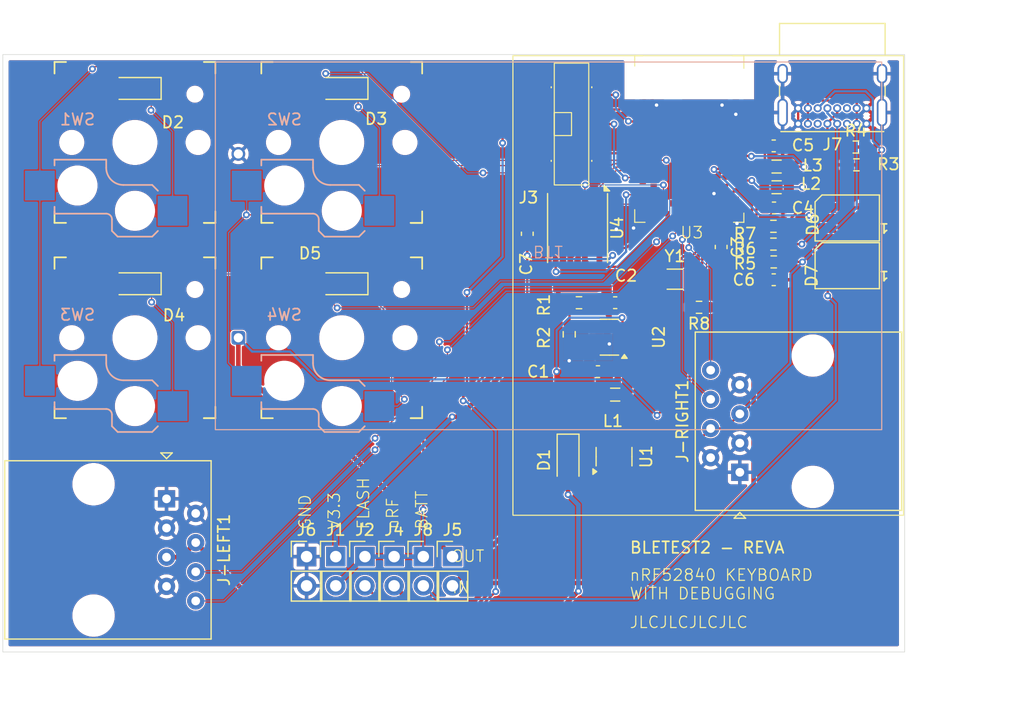
<source format=kicad_pcb>
(kicad_pcb (version 20240108) (generator "pcbnew") (generator_version "8.0")
  (layers (0 "F.Cu" signal) (31 "B.Cu" signal) (34 "B.Paste" user) (35 "F.Paste" user) (36 "B.SilkS" user "B.Silkscreen") (37 "F.SilkS" user "F.Silkscreen") (38 "B.Mask" user) (39 "F.Mask" user) (44 "Edge.Cuts" user))
  (net 0 "")
  (net 1 "Net-(D1-K)")
  (net 2 "GND")
  (net 3 "+3.3V")
  (net 4 "Net-(U3A-DECD)")
  (net 5 "Net-(U3A-DECR)")
  (net 7 "VBUS")
  (net 8 "Net-(U2-SW)")
  (net 9 "/COL-A")
  (net 10 "Net-(D2-K)")
  (net 11 "Net-(D3-K)")
  (net 12 "Net-(D4-K)")
  (net 13 "/COL-B")
  (net 14 "Net-(D5-K)")
  (net 15 "Net-(J1-Pin_1)")
  (net 16 "/ROW-A")
  (net 17 "/ROW-B")
  (net 18 "Net-(U3H-VBUS)")
  (net 19 "Net-(U3A-DCCD)")
  (net 20 "Net-(U3A-DCC)")
  (net 21 "/USB/D+")
  (net 22 "/USB/D-")
  (net 23 "Net-(U3H-D+)")
  (net 24 "Net-(U3H-D-)")
  (net 25 "+BATT")
  (net 32 "Net-(U3B-XL1{slash}P0.00)")
  (net 36 "Net-(U3B-XL2{slash}P0.01)")
  (net 38 "Net-(U2-FB)")
  (net 43 "Net-(U3G-AIN0{slash}P0.04)")
  (net 44 "Net-(U3D-QSPI_0{slash}P0.13)")
  (net 56 "Net-(J2-Pin_2)")
  (net 57 "Net-(U3D-QSPI_3{slash}P0.16)")
  (net 60 "Net-(U3D-QSPI_SCK{slash}P0.17)")
  (net 61 "Net-(U3D-QSPI_2{slash}P0.15)")
  (net 62 "Net-(U3D-QSPI_CSN{slash}P0.18)")
  (net 66 "Net-(J3-SWDIO{slash}TMS)")
  (net 67 "Net-(J3-~{RESET})")
  (net 68 "Net-(J3-SWCLK{slash}TCK)")
  (net 69 "Net-(J3-SWO{slash}TDO)")
  (net 72 "/LEFT-TX")
  (net 73 "/LEFT-RX")
  (net 74 "/RIGHT-TX")
  (net 75 "/RIGHT-RX")
  (net 76 "Net-(D6-DOUT)")
  (net 77 "/RGB")
  (net 79 "Net-(J4-Pin_2)")
  (net 80 "Net-(J5-Pin_2)")
  (net 81 "Net-(J7-CC2)")
  (net 82 "Net-(J7-CC1)")
  (net 85 "Net-(U3D-QSPI_1{slash}P0.14)")
  (net 87 "Net-(D6-VDD)")
  (footprint "Capacitor_SMD:C_0603_1608Metric" (layer "F.Cu") (at 148.8 51.6)
    (property "Reference" "C2")
    (property "Value" "4.7uF")
  )
  (footprint "Resistor_SMD:R_0603_1608Metric" (layer "F.Cu") (at 144.8 54.35 -90)
    (property "Reference" "R2")
    (property "Value" "180K")
  )
  (footprint "Connector_PinHeader_2.54mm:PinHeader_1x02_P2.54mm_Vertical" (layer "F.Cu") (at 127.02 73.7)
    (property "Reference" "J2")
    (property "Value" "Conn_01x02")
  )
  (footprint "Inductor_SMD:L_0805_2012Metric" (layer "F.Cu") (at 148.8 59.6)
    (property "Reference" "L1")
    (property "Value" "4.7uH")
  )
  (footprint "Capacitor_SMD:C_0603_1608Metric" (layer "F.Cu") (at 158.025 46.75 -90)
    (property "Reference" "C3")
    (property "Value" "4.7uF")
  )
  (footprint "Inductor_SMD:L_0805_2012Metric" (layer "F.Cu") (at 162.85 41.55 180)
    (property "Reference" "L2")
    (property "Value" "10uH")
  )
  (footprint "Connector_PinHeader_2.54mm:PinHeader_1x02_P2.54mm_Vertical" (layer "F.Cu") (at 129.56 73.7)
    (property "Reference" "J4")
    (property "Value" "Conn_01x02")
  )
  (footprint "Resistor_SMD:R_0603_1608Metric" (layer "F.Cu") (at 169.8 39.6 180)
    (property "Reference" "R3")
    (property "Value" "5.1K")
  )
  (footprint "Connector_PinHeader_2.54mm:PinHeader_1x02_P2.54mm_Vertical" (layer "F.Cu") (at 134.64 73.7)
    (property "Reference" "J5")
    (property "Value" "Conn_01x02")
  )
  (footprint "Capacitor_SMD:C_0603_1608Metric" (layer "F.Cu") (at 147.3 57.6)
    (property "Reference" "C1")
    (property "Value" "4.7uF")
  )
  (footprint "Connector_RJ:RJ45_Amphenol_54602-x08_Horizontal" (layer "F.Cu") (at 159.65 66.36 90)
    (property "Reference" "J-RIGHT1")
    (property "Value" "RJ45")
  )
  (footprint "Resistor_SMD:R_0603_1608Metric" (layer "F.Cu") (at 169.75 38.05)
    (property "Reference" "R4")
    (property "Value" "5.1K")
  )
  (footprint "Keyboard Switches:Kailh_socket_PG1350" (layer "F.Cu") (at 125 54.65)
    (property "Reference" "SW4")
    (property "Value" "SW_Push")
  )
  (footprint "Diode_SMD:Nexperia_CFP3_SOD-123W" (layer "F.Cu") (at 107.02 32.95 180)
    (property "Reference" "D2")
    (property "Value" "BAV19W")
  )
  (footprint "Package_SON:WSON-8-1EP_6x5mm_P1.27mm_EP3.4x4.3mm" (layer "F.Cu") (at 145.525 45.1 -90)
    (property "Reference" "U4")
    (property "Value" "W25Q128JVP")
  )
  (footprint "Resistor_SMD:R_0603_1608Metric" (layer "F.Cu") (at 156.1 52 180)
    (property "Reference" "R8")
    (property "Value" "180K")
  )
  (footprint "Inductor_SMD:L_0805_2012Metric" (layer "F.Cu") (at 162.85 39.75 180)
    (property "Reference" "L3")
    (property "Value" "10uH")
  )
  (footprint "Connector_USB:USB_C_Receptacle_GCT_USB4085" (layer "F.Cu") (at 170.675 36.025 180)
    (property "Reference" "J7")
    (property "Value" "USB_C_Receptacle_USB2.0_16P")
  )
  (footprint "Keyboard Switches:Kailh_socket_PG1350" (layer "F.Cu") (at 107 54.65)
    (property "Reference" "SW3")
    (property "Value" "SW_Push")
  )
  (footprint "Package_TO_SOT_SMD:SOT-23-5" (layer "F.Cu") (at 148.7 65 90)
    (property "Reference" "U1")
    (property "Value" "MAX40200AUK")
  )
  (footprint "Diode_SMD:Nexperia_CFP3_SOD-123W" (layer "F.Cu") (at 144.7 65.3 -90)
    (property "Reference" "D1")
    (property "Value" "BAV19W")
  )
  (footprint "Resistor_SMD:R_0603_1608Metric" (layer "F.Cu") (at 162.6 48.05)
    (property "Reference" "R5")
    (property "Value" "5.1K")
  )
  (footprint "Connector_PinHeader_2.54mm:PinHeader_1x02_P2.54mm_Vertical" (layer "F.Cu") (at 121.94 73.7)
    (property "Reference" "J6")
    (property "Value" "Conn_01x02")
  )
  (footprint "Capacitor_SMD:C_0603_1608Metric" (layer "F.Cu") (at 162.6 37.95)
    (property "Reference" "C5")
    (property "Value" "1uF")
  )
  (footprint "Diode_SMD:Nexperia_CFP3_SOD-123W" (layer "F.Cu") (at 125.02 49.95 180)
    (property "Reference" "D5")
    (property "Value" "BAV19W")
  )
  (footprint "LED_SMD:LED_SK6812MINI_PLCC4_3.5x3.5mm_P1.75mm" (layer "F.Cu") (at 169 48.375 180)
    (property "Reference" "D7")
    (property "Value" "SK6812MINI")
  )
  (footprint "Crystal:Crystal_SMD_3215-2Pin_3.2x1.5mm" (layer "F.Cu") (at 154 49.55)
    (property "Reference" "Y1")
    (property "Value" "Crystal")
  )
  (footprint "Capacitor_SMD:C_0603_1608Metric" (layer "F.Cu") (at 162.6 49.6)
    (property "Reference" "C6")
    (property "Value" "4.7uF")
  )
  (footprint "Connector_PinHeader_2.54mm:PinHeader_1x02_P2.54mm_Vertical" (layer "F.Cu") (at 124.48 73.7)
    (property "Reference" "J1")
    (property "Value" "Conn_01x02")
  )
  (footprint "Capacitor_SMD:C_0603_1608Metric" (layer "F.Cu") (at 162.625 43.35)
    (property "Reference" "C4")
    (property "Value" "1uF")
  )
  (footprint "Resistor_SMD:R_0603_1608Metric" (layer "F.Cu") (at 145.65 51.6 180)
    (property "Reference" "R1")
    (property "Value" "1M")
  )
  (footprint "davidb-keyboard-foot:MDBT53_1M" (layer "F.Cu") (at 150.6 44.5)
    (property "Reference" "U3")
    (property "Value" "~")
  )
  (footprint "LED_SMD:LED_SK6812MINI_PLCC4_3.5x3.5mm_P1.75mm" (layer "F.Cu") (at 169 44.225 180)
    (property "Reference" "D6")
    (property "Value" "SK6812MINI")
  )
  (footprint "Keyboard Switches:Kailh_socket_PG1350" (layer "F.Cu") (at 107 37.65)
    (property "Reference" "SW1")
    (property "Value" "SW_Push")
  )
  (footprint "Connector_PinHeader_2.54mm:PinHeader_1x02_P2.54mm_Vertical" (layer "F.Cu") (at 132.1 73.7)
    (property "Reference" "J8")
    (property "Value" "Conn_01x02")
  )
  (footprint "Connector_RJ:RJ45_Amphenol_54602-x08_Horizontal" (layer "F.Cu") (at 109.75 68.67 -90)
    (property "Reference" "J-LEFT1")
    (property "Value" "RJ45")
  )
  (footprint "davidb-keyboard-foot:Cortex-M-Debug10" (layer "F.Cu") (at 145 36.05)
    (property "Reference" "J3")
    (property "Value" "Conn_ARM_JTAG_SWD_10")
  )
  (footprint "Resistor_SMD:R_0603_1608Metric" (layer "F.Cu") (at 162.575 44.95)
    (property "Reference" "R7")
    (property "Value" "2.2")
  )
  (footprint "Diode_SMD:Nexperia_CFP3_SOD-123W" (layer "F.Cu") (at 125.02 32.95 180)
    (property "Reference" "D3")
    (property "Value" "BAV19W")
  )
  (footprint "Package_TO_SOT_SMD:SOT-23-6" (layer "F.Cu") (at 148.3 54.6 180)
    (property "Reference" "U2")
    (property "Value" "~")
  )
  (footprint "Diode_SMD:Nexperia_CFP3_SOD-123W" (layer "F.Cu") (at 107.02 49.95 180)
    (property "Reference" "D4")
    (property "Value" "BAV19W")
  )
  (footprint "Capacitor_SMD:C_0603_1608Metric" (layer "F.Cu") (at 141.15 45.6 90)
    (property "Reference" "C7")
    (property "Value" "100nF")
  )
  (footprint "Keyboard Switches:Kailh_socket_PG1350" (layer "F.Cu") (at 125 37.65)
    (property "Reference" "SW2")
    (property "Value" "SW_Push")
  )
  (footprint "Resistor_SMD:R_0603_1608Metric" (layer "F.Cu") (at 162.575 46.5)
    (property "Reference" "R6")
    (property "Value" "2.2")
  )
  (footprint "davidb-keyboard-foot:BAT-2xAA-SHELL-CASE-BOX-NOSCREW" (layer "B.Cu") (at 114 30.65)
    (property "Reference" "BT1")
    (property "Value" "Battery")
  )
  (gr_rect (start 139.9 30.1) (end 173.9 70.1) (stroke (width 0.1)) (fill none) (layer "F.SilkS"))
  (gr_rect (start 95.5 30) (end 174 82) (stroke (width 0.05)) (fill none) (layer "Edge.Cuts"))
  (gr_text "V3.3" (at 124.931204 71.392832 90) (layer "F.SilkS") (effects (font (size 1 1) (thickness 0.1)) (justify left bottom)))
  (gr_text "nRF52840 KEYBOARD\nWITH DEBUGGING" (at 150 77.5 0) (layer "F.SilkS") (effects (font (size 1 1) (thickness 0.1)) (justify left bottom)))
  (gr_text "FLASH" (at 127.471204 71.392832 90) (layer "F.SilkS") (effects (font (size 1 1) (thickness 0.1)) (justify left bottom)))
  (gr_text "JLCJLCJLCJLC" (at 150 80 0) (layer "F.SilkS") (effects (font (size 1 1) (thickness 0.1)) (justify left bottom)))
  (gr_text "GND" (at 122.391204 71.392832 90) (layer "F.SilkS") (effects (font (size 1 1) (thickness 0.1)) (justify left bottom)))
  (gr_text "OUT" (at 134.494294 74.244379 0) (layer "F.SilkS") (effects (font (size 1 1) (thickness 0.1)) (justify left bottom)))
  (gr_text "BLETEST2 - REVA" (at 150 73.5 0) (layer "F.SilkS") (effects (font (size 1 1)) (justify left bottom)))
  (gr_text "BATT" (at 132.551204 71.392832 90) (layer "F.SilkS") (effects (font (size 1 1) (thickness 0.1)) (justify left bottom)))
  (gr_text "IN" (at 134.544764 76.969752 0) (layer "F.SilkS") (effects (font (size 1 1) (thickness 0.1)) (justify left bottom)))
  (gr_text "nRF" (at 130.011204 71.392832 90) (layer "F.SilkS") (effects (font (size 1 1) (thickness 0.1)) (justify left bottom)))
  (segment (start 144.7 59.6) (end 147.7375 59.6) (width 0.2) (layer "F.Cu") (net 1))
  (segment (start 149.4375 52.9375) (end 149.4 52.9) (width 0.2) (layer "F.Cu") (net 1))
  (segment (start 147.75 63.8625) (end 144.7375 63.8625) (width 0.2) (layer "F.Cu") (net 1))
  (segment (start 149.4375 53.65) (end 149.4375 52.9375) (width 0.2) (layer "F.Cu") (net 1))
  (segment (start 144.7375 63.8625) (end 144.7 63.9) (width 0.2) (layer "F.Cu") (net 1))
  (segment (start 144.7 63.9) (end 144.7 59.6) (width 0.2) (layer "F.Cu") (net 1))
  (via (at 143.7 57.6) (size 0.6) (drill 0.3) (layers "F.Cu" "B.Cu") (net 1))
  (via (at 149.4 52.9) (size 0.6) (drill 0.3) (layers "F.Cu" "B.Cu") (net 1))
  (segment (start 143.7 54) (end 144.8 52.9) (width 0.2) (layer "B.Cu") (net 1))
  (segment (start 144.8 52.9) (end 149.4 52.9) (width 0.2) (layer "B.Cu") (net 1))
  (segment (start 143.7 57.6) (end 143.7 54) (width 0.2) (layer "B.Cu") (net 1))
  (segment (start 164.725 34.675) (end 164.725 36.025) (width 0.2) (layer "F.Cu") (net 2))
  (segment (start 151.2 34.1) (end 152.1 34.1) (width 0.4) (layer "F.Cu") (net 2))
  (segment (start 152.1 34.1) (end 152.4 34.4) (width 0.4) (layer "F.Cu") (net 2))
  (segment (start 159.375 44.675) (end 159.4 44.7) (width 0.2) (layer "F.Cu") (net 2))
  (segment (start 148.7 66.1375) (end 148.7 67.7) (width 0.4) (layer "F.Cu") (net 2))
  (segment (start 159.375 43.9) (end 159.375 44.675) (width 0.2) (layer "F.Cu") (net 2))
  (via (at 159.4 44.7) (size 0.6) (drill 0.3) (layers "F.Cu" "B.Cu") (net 2))
  (via (at 144.8 56.65) (size 0.6) (drill 0.3) (layers "F.Cu" "B.Cu") (net 2))
  (via (at 158.1 34.4) (size 0.6) (drill 0.3) (layers "F.Cu" "B.Cu") (net 2))
  (via (at 148.292581 55.189309) (size 0.6) (drill 0.3) (layers "F.Cu" "B.Cu") (net 2))
  (via (at 150.4 45.1) (size 0.6) (drill 0.3) (layers "F.Cu" "B.Cu") (net 2))
  (via (at 159.3 35.2) (size 0.6) (drill 0.3) (layers "F.Cu" "B.Cu") (net 2))
  (via (at 148.9 45.2) (size 0.6) (drill 0.3) (layers "F.Cu" "B.Cu") (net 2))
  (via (at 157.4 42.1) (size 0.6) (drill 0.3) (layers "F.Cu" "B.Cu") (net 2))
  (via (at 152.4 34.4) (size 0.6) (drill 0.3) (layers "F.Cu" "B.Cu") (net 2))
  (segment (start 132.1 62.694362) (end 132.1 69.6) (width 0.2) (layer "F.Cu") (net 3))
  (segment (start 142.22 33.51) (end 139 36.73) (width 0.2) (layer "F.Cu") (net 3))
  (segment (start 139 36.73) (end 139 37.7) (width 0.2) (layer "F.Cu") (net 3))
  (segment (start 135.9 58.894362) (end 132.1 62.694362) (width 0.2) (layer "F.Cu") (net 3))
  (segment (start 135.9 50.7) (end 135.9 58.894362) (width 0.2) (layer "F.Cu") (net 3))
  (segment (start 143.05 33.51) (end 142.22 33.51) (width 0.2) (layer "F.Cu") (net 3))
  (via (at 139 37.7) (size 0.6) (drill 0.3) (layers "F.Cu" "B.Cu") (net 3))
  (via (at 132.1 69.6) (size 0.6) (drill 0.3) (layers "F.Cu" "B.Cu") (net 3))
  (via (at 135.9 50.7) (size 0.6) (drill 0.3) (layers "F.Cu" "B.Cu") (net 3))
  (segment (start 132.04 73.7) (end 132.08 73.66) (width 0.4) (layer "B.Cu") (net 3))
  (segment (start 127.02 73.7) (end 129.56 73.7) (width 0.4) (layer "B.Cu") (net 3))
  (segment (start 124.48 76.24) (end 127.02 73.7) (width 0.4) (layer "B.Cu") (net 3))
  (segment (start 129.56 73.7) (end 132.04 73.7) (width 0.4) (layer "B.Cu") (net 3))
  (segment (start 132.08 69.62) (end 132.08 73.66) (width 0.2) (layer "B.Cu") (net 3))
  (segment (start 139 37.7) (end 139 47.6) (width 0.2) (layer "B.Cu") (net 3))
  (segment (start 132.1 69.6) (end 132.08 69.62) (width 0.2) (layer "B.Cu") (net 3))
  (segment (start 139 47.6) (end 135.9 50.7) (width 0.2) (layer "B.Cu") (net 3))
  (segment (start 161.7875 43.2875) (end 161.85 43.35) (width 0.2) (layer "F.Cu") (net 4))
  (segment (start 160.225 39.575) (end 159.3 39.575) (width 0.2) (layer "F.Cu") (net 4))
  (segment (start 161.7875 41.55) (end 161.7875 43.2875) (width 0.2) (layer "F.Cu") (net 4))
  (segment (start 161.7875 41.55) (end 161.7875 41.1375) (width 0.2) (layer "F.Cu") (net 4))
  (segment (start 161.7875 41.1375) (end 160.225 39.575) (width 0.2) (layer "F.Cu") (net 4))
  (segment (start 161.825 37.95) (end 161.2 37.325) (width 0.2) (layer "F.Cu") (net 5))
  (segment (start 161.825 39.7125) (end 161.7875 39.75) (width 0.2) (layer "F.Cu") (net 5))
  (segment (start 161.825 37.95) (end 161.825 39.7125) (width 0.2) (layer "F.Cu") (net 5))
  (segment (start 161.2 37.325) (end 159.3 37.325) (width 0.2) (layer "F.Cu") (net 5))
  (segment (start 165.575 34.180026) (end 165.755026 34) (width 0.2) (layer "F.Cu") (net 7))
  (segment (start 163.425 48.05) (end 165.1 48.05) (width 0.2) (layer "F.Cu") (net 7))
  (segment (start 169.825 34.180026) (end 169.825 34.675) (width 0.2) (layer "F.Cu") (net 7))
  (segment (start 165.755026 34) (end 169.644974 34) (width 0.2) (layer "F.Cu") (net 7))
  (segment (start 144.7 66.7) (end 146.5 68.5) (width 0.2) (layer "F.Cu") (net 7))
  (segment (start 119.71 79.9) (end 142.4 79.9) (width 0.4) (layer "F.Cu") (net 7))
  (segment (start 109.75 73.75) (end 111.02 73.75) (width 0.4) (layer "F.Cu") (net 7))
  (segment (start 151.16 68.5) (end 157.11 62.55) (width 0.2) (layer "F.Cu") (net 7))
  (segment (start 112.29 72.48) (end 119.71 79.9) (width 0.4) (layer "F.Cu") (net 7))
  (segment (start 158.38 62.55) (end 159.65 61.28) (width 0.2) (layer "F.Cu") (net 7))
  (segment (start 142.4 79.9) (end 145.6 76.7) (width 0.4) (layer "F.Cu") (net 7))
  (segment (start 144.7 68.3) (end 144.7 66.7) (width 0.4) (layer "F.Cu") (net 7))
  (segment (start 165.575 34.675) (end 165.575 34.180026) (width 0.2) (layer "F.Cu") (net 7))
  (segment (start 146.5 68.5) (end 151.16 68.5) (width 0.2) (layer "F.Cu") (net 7))
  (segment (start 169.644974 34) (end 169.825 34.180026) (width 0.2) (layer "F.Cu") (net 7))
  (segment (start 169.825 34.675) (end 169.825 36.025) (width 0.2) (layer "F.Cu") (net 7))
  (segment (start 111.02 73.75) (end 112.29 72.48) (width 0.4) (layer "F.Cu") (net 7))
  (segment (start 157.11 62.55) (end 158.38 62.55) (width 0.2) (layer "F.Cu") (net 7))
  (segment (start 165.575 34.675) (end 165.575 36.025) (width 0.2) (layer "F.Cu") (net 7))
  (via (at 144.7 68.3) (size 0.6) (drill 0.3) (layers "F.Cu" "B.Cu") (net 7))
  (via (at 165.1 48.05) (size 0.6) (drill 0.3) (layers "F.Cu" "B.Cu") (net 7))
  (via (at 145.6 76.7) (size 0.6) (drill 0.3) (layers "F.Cu" "B.Cu") (net 7))
  (segment (start 145.6 69.2) (end 144.7 68.3) (width 0.4) (layer "B.Cu") (net 7))
  (segment (start 165.1 48.05) (end 164.05 49.1) (width 0.2) (layer "B.Cu") (net 7))
  (segment (start 164.05 56.88) (end 159.65 61.28) (width 0.2) (layer "B.Cu") (net 7))
  (segment (start 165.1 48.05) (end 169.825 43.325) (width 0.2) (layer "B.Cu") (net 7))
  (segment (start 169.825 43.325) (end 169.825 36.025) (width 0.2) (layer "B.Cu") (net 7))
  (segment (start 145.6 76.7) (end 145.6 69.2) (width 0.4) (layer "B.Cu") (net 7))
  (segment (start 164.05 49.1) (end 164.05 56.88) (width 0.2) (layer "B.Cu") (net 7))
  (segment (start 123.62 32.95) (end 122.77 32.1) (width 0.1) (layer "F.Cu") (net 9))
  (segment (start 148.25 40.3) (end 137.3 40.3) (width 0.1) (layer "F.Cu") (net 9))
  (segment (start 106.47 32.1) (end 105.62 32.95) (width 0.1) (layer "F.Cu") (net 9))
  (segment (start 123.62 31.67) (end 123.62 32.95) (width 0.1) (layer "F.Cu") (net 9))
  (segment (start 123.6 31.65) (end 123.62 31.67) (width 0.1) (layer "F.Cu") (net 9))
  (segment (start 148.750002 39.799998) (end 148.25 40.3) (width 0.1) (layer "F.Cu") (net 9))
  (segment (start 150.225002 39.799998) (end 148.750002 39.799998) (width 0.1) (layer "F.Cu") (net 9))
  (segment (start 151.2 38.825) (end 150.225002 39.799998) (width 0.1) (layer "F.Cu") (net 9))
  (segment (start 122.77 32.1) (end 106.47 32.1) (width 0.1) (layer "F.Cu") (net 9))
  (via (at 137.3 40.3) (size 0.6) (drill 0.3) (layers "F.Cu" "B.Cu") (net 9))
  (via (at 123.6 31.65) (size 0.6) (drill 0.3) (layers "F.Cu" "B.Cu") (net 9))
  (segment (start 137.3 40.3) (end 135.945276 40.3) (width 0.1) (layer "B.Cu") (net 9))
  (segment (start 135.945276 40.3) (end 127.295276 31.65) (width 0.1) (layer "B.Cu") (net 9))
  (segment (start 127.295276 31.65) (end 123.6 31.65) (width 0.1) (layer "B.Cu") (net 9))
  (segment (start 108.42 34.83) (end 108.42 32.95) (width 0.1) (layer "F.Cu") (net 10))
  (segment (start 108.4 34.85) (end 108.42 34.83) (width 0.1) (layer "F.Cu") (net 10))
  (via (at 108.4 34.85) (size 0.6) (drill 0.3) (layers "F.Cu" "B.Cu") (net 10))
  (segment (start 110.275 43.6) (end 110.275 36.725) (width 0.1) (layer "B.Cu") (net 10))
  (segment (start 110.275 36.725) (end 108.4 34.85) (width 0.1) (layer "B.Cu") (net 10))
  (segment (start 126.42 34.52) (end 126.42 32.95) (width 0.1) (layer "F.Cu") (net 11))
  (segment (start 126.45 34.55) (end 126.42 34.52) (width 0.1) (layer "F.Cu") (net 11))
  (via (at 126.45 34.55) (size 0.6) (drill 0.3) (layers "F.Cu" "B.Cu") (net 11))
  (segment (start 128.275 43.6) (end 128.275 36.375) (width 0.1) (layer "B.Cu") (net 11))
  (segment (start 128.275 36.375) (end 126.45 34.55) (width 0.1) (layer "B.Cu") (net 11))
  (segment (start 108.42 51.07) (end 108.42 49.95) (width 0.1) (layer "F.Cu") (net 12))
  (segment (start 108.45 51.1) (end 108.42 51.07) (width 0.1) (layer "F.Cu") (net 12))
  (segment (start 108.45 51.55) (end 108.45 51.1) (width 0.1) (layer "F.Cu") (net 12))
  (via (at 108.45 51.55) (size 0.6) (drill 0.3) (layers "F.Cu" "B.Cu") (net 12))
  (segment (start 110.275 53.375) (end 108.45 51.55) (width 0.1) (layer "B.Cu") (net 12))
  (segment (start 110.275 60.6) (end 110.275 53.375) (width 0.1) (layer "B.Cu") (net 12))
  (segment (start 124.6 52.05) (end 123.62 51.07) (width 0.1) (layer "F.Cu") (net 13))
  (segment (start 123.62 51.07) (end 123.62 49.95) (width 0.1) (layer "F.Cu") (net 13))
  (segment (start 123.62 49.95) (end 122.77 49.1) (width 0.1) (layer "F.Cu") (net 13))
  (segment (start 106.47 49.1) (end 105.62 49.95) (width 0.1) (layer "F.Cu") (net 13))
  (segment (start 122.77 49.1) (end 106.47 49.1) (width 0.1) (layer "F.Cu") (net 13))
  (segment (start 152.15 39.2) (end 153.25 39.2) (width 0.1) (layer "F.Cu") (net 13))
  (via (at 124.6 52.05) (size 0.6) (drill 0.3) (layers "F.Cu" "B.Cu") (net 13))
  (via (at 153.25 39.2) (size 0.6) (drill 0.3) (layers "F.Cu" "B.Cu") (net 13))
  (segment (start 136.45 52.05) (end 124.6 52.05) (width 0.1) (layer "B.Cu") (net 13))
  (segment (start 153.55 39.5) (end 153.55 43.852818) (width 0.1) (layer "B.Cu") (net 13))
  (segment (start 153.55 43.852818) (end 147.702818 49.7) (width 0.1) (layer "B.Cu") (net 13))
  (segment (start 153.25 39.2) (end 153.55 39.5) (width 0.1) (layer "B.Cu") (net 13))
  (segment (start 138.8 49.7) (end 136.45 52.05) (width 0.1) (layer "B.Cu") (net 13))
  (segment (start 147.702818 49.7) (end 138.8 49.7) (width 0.1) (layer "B.Cu") (net 13))
  (segment (start 126.42 49.95) (end 129.3491 52.8791) (width 0.1) (layer "F.Cu") (net 14))
  (segment (start 129.3491 52.8791) (end 129.3491 58.8991) (width 0.1) (layer "F.Cu") (net 14))
  (segment (start 129.3491 58.8991) (end 130.450735 60.000735) (width 0.1) (layer "F.Cu") (net 14))
  (via (at 130.450735 60.000735) (size 0.6) (drill 0.3) (layers "F.Cu" "B.Cu") (net 14))
  (segment (start 129.85147 60.6) (end 130.450735 60.000735) (width 0.1) (layer "B.Cu") (net 14))
  (segment (start 128.275 60.6) (end 129.85147 60.6) (width 0.1) (layer "B.Cu") (net 14))
  (segment (start 143.85 52.924263) (end 135.239643 61.53462) (width 0.4) (layer "F.Cu") (net 15))
  (segment (start 143.85 50.4) (end 143.85 52.924263) (width 0.4) (layer "F.Cu") (net 15))
  (segment (start 146.475 51.6) (end 148.025 51.6) (width 0.2) (layer "F.Cu") (net 15))
  (segment (start 135.239643 61.53462) (end 134.61538 61.53462) (width 0.4) (layer "F.Cu") (net 15))
  (via (at 134.61538 61.53462) (size 0.6) (drill 0.3) (layers "F.Cu" "B.Cu") (net 15))
  (segment (start 124.48 71.67) (end 134.61538 61.53462) (width 0.4) (layer "B.Cu") (net 15))
  (segment (start 124.48 73.7) (end 124.48 71.67) (width 0.4) (layer "B.Cu") (net 15))
  (segment (start 126.3 31.05) (end 103.5 31.05) (width 0.1) (layer "F.Cu") (net 16))
  (segment (start 148.501474 39.199998) (end 148.491472 39.21) (width 0.1) (layer "F.Cu") (net 16))
  (segment (start 134.46 39.21) (end 126.3 31.05) (width 0.1) (layer "F.Cu") (net 16))
  (segment (start 103.5 31.05) (end 103.3 31.25) (width 0.1) (layer "F.Cu") (net 16))
  (segment (start 149.325002 39.199998) (end 148.501474 39.199998) (width 0.1) (layer "F.Cu") (net 16))
  (segment (start 151.2 37.325) (end 149.325002 39.199998) (width 0.1) (layer "F.Cu") (net 16))
  (segment (start 148.491472 39.21) (end 134.46 39.21) (width 0.1) (layer "F.Cu") (net 16))
  (via (at 103.3 31.25) (size 0.6) (drill 0.3) (layers "F.Cu" "B.Cu") (net 16))
  (segment (start 98.725 35.825) (end 98.725 41.4) (width 0.1) (layer "B.Cu") (net 16))
  (segment (start 98.725 41.4) (end 98.725 58.4) (width 0.1) (layer "B.Cu") (net 16))
  (segment (start 103.3 31.25) (end 98.725 35.825) (width 0.1) (layer "B.Cu") (net 16))
  (segment (start 119.995584 43.95) (end 116.7 43.95) (width 0.1) (layer "F.Cu") (net 17))
  (segment (start 124.281084 39.6645) (end 119.995584 43.95) (width 0.1) (layer "F.Cu") (net 17))
  (segment (start 149.775002 39.499998) (end 148.625738 39.499998) (width 0.1) (layer "F.Cu") (net 17))
  (segment (start 151.2 38.075) (end 149.775002 39.499998) (width 0.1) (layer "F.Cu") (net 17))
  (segment (start 148.461236 39.6645) (end 124.281084 39.6645) (width 0.1) (layer "F.Cu") (net 17))
  (segment (start 148.625738 39.499998) (end 148.461236 39.6645) (width 0.1) (layer "F.Cu") (net 17))
  (via (at 116.7 43.95) (size 0.6) (drill 0.3) (layers "F.Cu" "B.Cu") (net 17))
  (segment (start 115.15 56.825) (end 116.725 58.4) (width 0.1) (layer "B.Cu") (net 17))
  (segment (start 116.725 43.725) (end 116.725 41.4) (width 0.1) (layer "B.Cu") (net 17))
  (segment (start 115.15 45.5) (end 115.15 56.825) (width 0.1) (layer "B.Cu") (net 17))
  (segment (start 116.7 43.95) (end 116.7 43.75) (width 0.1) (layer "B.Cu") (net 17))
  (segment (start 116.7 43.95) (end 115.15 45.5) (width 0.1) (layer "B.Cu") (net 17))
  (segment (start 116.7 43.75) (end 116.725 43.725) (width 0.1) (layer "B.Cu") (net 17))
  (segment (start 160.3 46.575) (end 161.775 48.05) (width 0.2) (layer "F.Cu") (net 18))
  (segment (start 159.3 42.575) (end 160.3 43.575) (width 0.2) (layer "F.Cu") (net 18))
  (segment (start 161.775 48.05) (end 161.775 49.55) (width 0.2) (layer "F.Cu") (net 18))
  (segment (start 161.775 49.55) (end 161.825 49.6) (width 0.2) (layer "F.Cu") (net 18))
  (segment (start 160.3 43.575) (end 160.3 46.575) (width 0.2) (layer "F.Cu") (net 18))
  (segment (start 163.9125 41.55) (end 165.1 41.55) (width 0.2) (layer "F.Cu") (net 19))
  (segment (start 159.3 40.325) (end 159.60576 40.325) (width 0.2) (layer "F.Cu") (net 19))
  (segment (start 160.24038 40.95962) (end 160.69038 40.95962) (width 0.2) (layer "F.Cu") (net 19))
  (segment (start 159.60576 40.325) (end 160.24038 40.95962) (width 0.2) (layer "F.Cu") (net 19))
  (via (at 160.69038 40.95962) (size 0.6) (drill 0.3) (layers "F.Cu" "B.Cu") (net 19))
  (via (at 165.1 41.55) (size 0.6) (drill 0.3) (layers "F.Cu" "B.Cu") (net 19))
  (segment (start 160.69038 40.95962) (end 161.28076 41.55) (width 0.2) (layer "B.Cu") (net 19))
  (segment (start 161.28076 41.55) (end 165.1 41.55) (width 0.2) (layer "B.Cu") (net 19))
  (segment (start 159.3 38.825) (end 160.625 38.825) (width 0.2) (layer "F.Cu") (net 20))
  (segment (start 165.18076 39.75) (end 165.21538 39.78462) (width 0.2) (layer "F.Cu") (net 20))
  (segment (start 160.625 38.825) (end 160.65 38.85) (width 0.2) (layer "F.Cu") (net 20))
  (segment (start 163.9125 39.75) (end 165.18076 39.75) (width 0.2) (layer "F.Cu") (net 20))
  (via (at 165.21538 39.78462) (size 0.6) (drill 0.3) (layers "F.Cu" "B.Cu") (net 20))
  (via (at 160.65 38.85) (size 0.6) (drill 0.3) (layers "F.Cu" "B.Cu") (net 20))
  (segment (start 164.28076 38.85) (end 165.21538 39.78462) (width 0.2) (layer "B.Cu") (net 20))
  (segment (start 160.65 38.85) (end 164.28076 38.85) (width 0.2) (layer "B.Cu") (net 20))
  (segment (start 163.4 46.5) (end 165.05 46.5) (width 0.2) (layer "F.Cu") (net 21))
  (via (at 165.05 46.5) (size 0.6) (drill 0.3) (layers "F.Cu" "B.Cu") (net 21))
  (segment (start 165.05 46.5) (end 168.125 43.425) (width 0.2) (layer "B.Cu") (net 21))
  (segment (start 168.125 36.025) (end 168.125 35.955761) (width 0.2) (layer "B.Cu") (net 21))
  (segment (start 168.125 43.425) (end 168.125 36.025) (width 0.2) (layer "B.Cu") (net 21))
  (segment (start 167.275 35.105761) (end 167.275 34.675) (width 0.2) (layer "B.Cu") (net 21))
  (segment (start 168.125 35.955761) (end 167.275 35.105761) (width 0.2) (layer "B.Cu") (net 21))
  (segment (start 167.275 41.075) (end 167.275 36.025) (width 0.2) (layer "F.Cu") (net 22))
  (segment (start 163.4 44.95) (end 167.275 41.075) (width 0.2) (layer "F.Cu") (net 22))
  (segment (start 167.275 35.955761) (end 168.125 35.105761) (width 0.2) (layer "F.Cu") (net 22))
  (segment (start 168.125 35.105761) (end 168.125 34.675) (width 0.2) (layer "F.Cu") (net 22))
  (segment (start 167.275 36.025) (end 167.275 35.955761) (width 0.2) (layer "F.Cu") (net 22))
  (segment (start 160.7 45.45) (end 161.75 46.5) (width 0.2) (layer "F.Cu") (net 23))
  (segment (start 160.7 43.15) (end 160.7 45.45) (width 0.2) (layer "F.Cu") (net 23))
  (segment (start 159.3 41.825) (end 159.375 41.825) (width 0.2) (layer "F.Cu") (net 23))
  (segment (start 159.375 41.825) (end 160.7 43.15) (width 0.2) (layer "F.Cu") (net 23))
  (segment (start 161.1 44.3) (end 161.75 44.95) (width 0.2) (layer "F.Cu") (net 24))
  (segment (start 159.375 41.075) (end 161.1 42.8) (width 0.2) (layer "F.Cu") (net 24))
  (segment (start 159.3 41.075) (end 159.375 41.075) (width 0.2) (layer "F.Cu") (net 24))
  (segment (start 161.1 42.8) (end 161.1 44.3) (width 0.2) (layer "F.Cu") (net 24))
  (segment (start 155.275 58.575) (end 152.45 61.4) (width 0.2) (layer "F.Cu") (net 25))
  (segment (start 119.192284 60.35) (end 116 57.157716) (width 0.4) (layer "F.Cu") (net 25))
  (segment (start 121.305 60.35) (end 119.192284 60.35) (width 0.4) (layer "F.Cu") (net 25))
  (segment (start 116 57.157716) (end 116 54.65) (width 0.4) (layer "F.Cu") (net 25))
  (segment (start 134.62 73.665) (end 121.305 60.35) (width 0.4) (layer "F.Cu") (net 25))
  (segment (start 155.275 52) (end 155.275 58.575) (width 0.2) (layer "F.Cu") (net 25))
  (segment (start 134.62 73.7) (end 134.62 73.665) (width 0.4) (layer "F.Cu") (net 25))
  (via (at 152.45 61.4) (size 0.6) (drill 0.3) (layers "F.Cu" "B.Cu") (net 25))
  (segment (start 152.45 61.4) (end 149.325 58.275) (width 0.2) (layer "B.Cu") (net 25))
  (segment (start 117.2009 55.8509) (end 116 54.65) (width 0.2) (layer "B.Cu") (net 25))
  (segment (start 149.325 58.275) (end 122.925 58.275) (width 0.2) (layer "B.Cu") (net 25))
  (segment (start 122.925 58.275) (end 120.5009 55.8509) (width 0.2) (layer "B.Cu") (net 25))
  (segment (start 120.5009 55.8509) (end 117.2009 55.8509) (width 0.2) (layer "B.Cu") (net 25))
  (segment (start 155.625 43.9) (end 155.85 44.125) (width 0.2) (layer "F.Cu") (net 32))
  (segment (start 155.469239 47.55) (end 154.75 47.55) (width 0.2) (layer "F.Cu") (net 32))
  (segment (start 155.85 47.169239) (end 155.469239 47.55) (width 0.2) (layer "F.Cu") (net 32))
  (segment (start 154.75 47.55) (end 152.75 49.55) (width 0.2) (layer "F.Cu") (net 32))
  (segment (start 155.85 44.125) (end 155.85 47.169239) (width 0.2) (layer "F.Cu") (net 32))
  (segment (start 155.25 49.55) (end 156.375 48.425) (width 0.2) (layer "F.Cu") (net 36))
  (segment (start 156.375 48.425) (end 156.375 43.9) (width 0.2) (layer "F.Cu") (net 36))
  (segment (start 144.825 51.6) (end 144.825 53.5) (width 0.2) (layer "F.Cu") (net 38))
  (segment (start 147.0375 53.525) (end 147.1625 53.65) (width 0.2) (layer "F.Cu") (net 38))
  (segment (start 144.8 53.525) (end 147.0375 53.525) (width 0.2) (layer "F.Cu") (net 38))
  (segment (start 144.825 53.5) (end 144.8 53.525) (width 0.2) (layer "F.Cu") (net 38))
  (segment (start 156.75 42.95) (end 156.75 51.825) (width 0.1) (layer "F.Cu") (net 43))
  (segment (start 156.75 51.825) (end 156.925 52) (width 0.1) (layer "F.Cu") (net 43))
  (segment (start 149.750004 42.2) (end 149.75 42.200004) (width 0.1) (layer "F.Cu") (net 44))
  (segment (start 152.15 42.2) (end 149.750004 42.2) (width 0.1) (layer "F.Cu") (net 44))
  (segment (start 143.62 48.87) (end 143.65 48.9) (width 0.2) (layer "F.Cu") (net 44))
  (segment (start 143.62 47.8) (end 143.62 48.87) (width 0.2) (layer "F.Cu") (net 44))
  (via (at 149.75 42.200004) (size 0.6) (drill 0.3) (layers "F.Cu" "B.Cu") (net 44))
  (via (at 143.65 48.9) (size 0.6) (drill 0.3) (layers "F.Cu" "B.Cu") (net 44))
  (segment (start 143.65 48.9) (end 148.007843 48.9) (width 0.2) (layer "B.Cu") (net 44))
  (segment (start 149.75 47.157843) (end 149.75 42.200004) (width 0.2) (layer "B.Cu") (net 44))
  (segment (start 148.007843 48.9) (end 149.75 47.157843) (width 0.2) (layer "B.Cu") (net 44))
  (segment (start 129.13 78.35) (end 136.79 78.35) (width 0.2) (layer "F.Cu") (net 56))
  (segment (start 147.43 47.8) (end 148.259314 47.8) (width 0.2) (layer "F.Cu") (net 56))
  (segment (start 141.15 47.5) (end 141.15 46.375) (width 0.2) (layer "F.Cu") (net 56))
  (segment (start 141.15 54.210048) (end 135.57353 59.786518) (width 0.2) (layer "F.Cu") (net 56))
  (segment (start 135.57353 59.786518) (end 135.57353 60.140072) (width 0.2) (layer "F.Cu") (net 56))
  (segment (start 127.02 76.24) (end 129.13 78.35) (width 0.2) (layer "F.Cu") (net 56))
  (segment (start 148.259314 47.8) (end 148.579289 47.480025) (width 0.2) (layer "F.Cu") (net 56))
  (segment (start 136.79 78.35) (end 138.4 76.74) (width 0.2) (layer "F.Cu") (net 56))
  (segment (start 141.15 47.5) (end 141.15 54.210048) (width 0.2) (layer "F.Cu") (net 56))
  (via (at 148.579289 47.480025) (size 0.6) (drill 0.3) (layers "F.Cu" "B.Cu") (net 56))
  (via (at 138.4 76.74) (size 0.6) (drill 0.3) (layers "F.Cu" "B.Cu") (net 56))
  (via (at 135.57353 60.140072) (size 0.6) (drill 0.3) (layers "F.Cu" "B.Cu") (net 56))
  (via (at 141.15 47.5) (size 0.6) (drill 0.3) (layers "F.Cu" "B.Cu") (net 56))
  (segment (start 148.259314 47.8) (end 148.579289 47.480025) (width 0.2) (layer "B.Cu") (net 56))
  (segment (start 141.15 47.5) (end 141.45 47.8) (width 0.2) (layer "B.Cu") (net 56))
  (segment (start 138.4 76.74) (end 138.4 62.75) (width 0.2) (layer "B.Cu") (net 56))
  (segment (start 135.790072 60.140072) (end 135.57353 60.140072) (width 0.2) (layer "B.Cu") (net 56))
  (segment (start 141.45 47.8) (end 148.259314 47.8) (width 0.2) (layer "B.Cu") (net 56))
  (segment (start 138.4 62.75) (end 135.790072 60.140072) (width 0.2) (layer "B.Cu") (net 56))
  (segment (start 153.375 44.225) (end 153.375 43.9) (width 0.2) (layer "F.Cu") (net 57))
  (segment (start 146.835 48.475) (end 149.125 48.475) (width 0.2) (layer "F.Cu") (net 57))
  (segment (start 146.16 47.8) (end 146.835 48.475) (width 0.2) (layer "F.Cu") (net 57))
  (segment (start 149.125 48.475) (end 153.375 44.225) (width 0.2) (layer "F.Cu") (net 57))
  (segment (start 152.625 43.975) (end 152.625 43.9) (width 0.2) (layer "F.Cu") (net 60))
  (segment (start 148.160786 46.830025) (end 149.769975 46.830025) (width 0.2) (layer "F.Cu") (net 60))
  (segment (start 144.89 47.8) (end 145.565 47.125) (width 0.2) (layer "F.Cu") (net 60))
  (segment (start 149.769975 46.830025) (end 152.625 43.975) (width 0.2) (layer "F.Cu") (net 60))
  (segment (start 145.565 47.125) (end 147.865811 47.125) (width 0.2) (layer "F.Cu") (net 60))
  (segment (start 147.865811 47.125) (end 148.160786 46.830025) (width 0.2) (layer "F.Cu") (net 60))
  (segment (start 145.515 43.025) (end 144.89 42.4) (width 0.1) (layer "F.Cu") (net 61))
  (segment (start 152.15 42.95) (end 152.075 43.025) (width 0.1) (layer "F.Cu") (net 61))
  (segment (start 152.075 43.025) (end 145.515 43.025) (width 0.1) (layer "F.Cu") (net 61))
  (segment (start 147.43 41.544264) (end 147.43 42.4) (width 0.1) (layer "F.Cu") (net 62))
  (segment (start 150.974998 40.099998) (end 148.874266 40.099998) (width 0.1) (layer "F.Cu") (net 62))
  (segment (start 151.2 40.325) (end 150.974998 40.099998) (width 0.1) (layer "F.Cu") (net 62))
  (segment (start 148.874266 40.099998) (end 147.43 41.544264) (width 0.1) (layer "F.Cu") (net 62))
  (segment (start 151.2 35.825) (end 149.975 35.825) (width 0.2) (layer "F.Cu") (net 66))
  (segment (start 148.85 33.5) (end 148.84 33.51) (width 0.2) (layer "F.Cu") (net 66))
  (segment (start 148.84 33.51) (end 146.95 33.51) (width 0.2) (layer "F.Cu") (net 66))
  (segment (start 149.975 35.825) (end 149.95 35.8) (width 0.2) (layer "F.Cu") (net 66))
  (via (at 149.95 35.8) (size 0.6) (drill 0.3) (layers "F.Cu" "B.Cu") (net 66))
  (via (at 148.85 33.5) (size 0.6) (drill 0.3) (layers "F.Cu" "B.Cu") (net 66))
  (segment (start 148.85 34.7) (end 149.95 35.8) (width 0.2) (layer "B.Cu") (net 66))
  (segment (start 148.85 33.5) (end 148.85 34.7) (width 0.2) (layer "B.Cu") (net 66))
  (segment (start 149.11 38.59) (end 146.95 38.59) (width 0.2) (layer "F.Cu") (net 67))
  (segment (start 151.2 36.575) (end 151.125 36.575) (width 0.2) (layer "F.Cu") (net 67))
  (segment (start 151.125 36.575) (end 149.11 38.59) (width 0.2) (layer "F.Cu") (net 67))
  (segment (start 150.905 34.78) (end 151.2 35.075) (width 0.2) (layer "F.Cu") (net 68))
  (segment (start 146.95 34.78) (end 150.905 34.78) (width 0.2) (layer "F.Cu") (net 68))
  (segment (start 149.715988 40.7) (end 149.672191 40.743797) (width 0.1) (layer "F.Cu") (net 69))
  (segment (start 148.7 36.05) (end 146.95 36.05) (width 0.2) (layer "F.Cu") (net 69))
  (segment (start 152.15 40.7) (end 149.715988 40.7) (width 0.1) (layer "F.Cu") (net 69))
  (via (at 149.672191 40.743797) (size 0.6) (drill 0.3) (layers "F.Cu" "B.Cu") (net 69))
  (via (at 148.7 36.05) (size 0.6) (drill 0.3) (layers "F.Cu" "B.Cu") (net 69))
  (segment (start 148.7 39.771606) (end 149.672191 40.743797) (width 0.2) (layer "B.Cu") (net 69))
  (segment (start 148.7 36.05) (end 148.7 39.771606) (width 0.2) (layer "B.Cu") (net 69))
  (segment (start 154.5 42.95) (end 154.5 45.1) (width 0.1) (layer "F.Cu") (net 72))
  (segment (start 134.2 55.7) (end 134.2 58.1) (width 0.1) (layer "F.Cu") (net 72))
  (segment (start 134.2 58.1) (end 127.9 64.4) (width 0.1) (layer "F.Cu") (net 72))
  (segment (start 154.5 45.1) (end 153.8 45.8) (width 0.1) (layer "F.Cu") (net 72))
  (via (at 134.2 55.7) (size 0.6) (drill 0.3) (layers "F.Cu" "B.Cu") (net 72))
  (via (at 127.9 64.4) (size 0.6) (drill 0.3) (layers "F.Cu" "B.Cu") (net 72))
  (via (at 153.8 45.8) (size 0.6) (drill 0.3) (layers "F.Cu" "B.Cu") (net 72))
  (segment (start 114.74 77.56) (end 112.29 77.56) (width 0.1) (layer "B.Cu") (net 72))
  (segment (start 127.9 64.4) (end 114.74 77.56) (width 0.1) (layer "B.Cu") (net 72))
  (segment (start 149 50.6) (end 139.3 50.6) (width 0.1) (layer "B.Cu") (net 72))
  (segment (start 139.3 50.6) (end 134.2 55.7) (width 0.1) (layer "B.Cu") (net 72))
  (segment (start 153.8 45.8) (end 149 50.6) (width 0.1) (layer "B.Cu") (net 72))
  (segment (start 154.125 44.575) (end 152.4 46.3) (width 0.1) (layer "F.Cu") (net 73))
  (segment (start 154.125 43.9) (end 154.125 44.575) (width 0.1) (layer "F.Cu") (net 73))
  (segment (start 133.5 57.8) (end 127.9 63.4) (width 0.1) (layer "F.Cu") (net 73))
  (segment (start 133.5 55) (end 133.5 57.8) (width 0.1) (layer "F.Cu") (net 73))
  (via (at 127.9 63.4) (size 0.6) (drill 0.3) (layers "F.Cu" "B.Cu") (net 73))
  (via (at 133.5 55) (size 0.6) (drill 0.3) (layers "F.Cu" "B.Cu") (net 73))
  (via (at 152.4 46.3) (size 0.6) (drill 0.3) (layers "F.Cu" "B.Cu") (net 73))
  (segment (start 139.175736 50.3) (end 134.475736 55) (width 0.1) (layer "B.Cu") (net 73))
  (segment (start 116.28 75.02) (end 112.29 75.02) (width 0.1) (layer "B.Cu") (net 73))
  (segment (start 127.9 63.4) (end 116.28 75.02) (width 0.1) (layer "B.Cu") (net 73))
  (segment (start 148.4 50.3) (end 139.175736 50.3) (width 0.1) (layer "B.Cu") (net 73))
  (segment (start 134.475736 55) (end 133.5 55) (width 0.1) (layer "B.Cu") (net 73))
  (segment (start 152.4 46.3) (end 148.4 50.3) (width 0.1) (layer "B.Cu") (net 73))
  (segment (start 154.875 45.875) (end 154.65 46.1) (width 0.1) (layer "F.Cu") (net 74))
  (segment (start 154.875 43.9) (end 154.875 45.875) (width 0.1) (layer "F.Cu") (net 74))
  (via (at 154.65 46.1) (size 0.6) (drill 0.3) (layers "F.Cu" "B.Cu") (net 74))
  (segment (start 157.11 60.01) (end 154.65 57.55) (width 0.1) (layer "B.Cu") (net 74))
  (segment (start 154.65 57.55) (end 154.65 46.1) (width 0.1) (layer "B.Cu") (net 74))
  (segment (start 155.25 42.95) (end 155.25 46.749998) (width 0.1) (layer "F.Cu") (net 75))
  (segment (start 155.25 46.749998) (end 155.2 46.799998) (width 0.1) (layer "F.Cu") (net 75))
  (via (at 155.2 46.799998) (size 0.6) (drill 0.3) (layers "F.Cu" "B.Cu") (net 75))
  (segment (start 157.11 57.47) (end 157.11 48.709998) (width 0.1) (layer "B.Cu") (net 75))
  (segment (start 157.11 48.709998) (end 155.2 46.799998) (width 0.1) (layer "B.Cu") (net 75))
  (segment (start 170.75 45.1) (end 169.65 45.1) (width 0.2) (layer "F.Cu") (net 76))
  (segment (start 169.65 45.1) (end 167.25 47.5) (width 0.2) (layer "F.Cu") (net 76))
  (segment (start 157.45 39.95) (end 157.4 40) (width 0.2) (layer "F.Cu") (net 77))
  (segment (start 166.6 44) (end 167.25 43.35) (width 0.2) (layer "F.Cu") (net 77))
  (segment (start 165.7 44) (end 166.6 44) (width 0.2) (layer "F.Cu") (net 77))
  (segment (start 158.35 39.95) (end 157.45 39.95) (width 0.2) (layer "F.Cu") (net 77))
  (via (at 157.4 40) (size 0.6) (drill 0.3) (layers "F.Cu" "B.Cu") (net 77))
  (via (at 165.7 44) (size 0.6) (drill 0.3) (layers "F.Cu" "B.Cu") (net 77))
  (segment (start 161.4 44) (end 165.7 44) (width 0.2) (layer "B.Cu") (net 77))
  (segment (start 157.4 40) (end 161.4 44) (width 0.2) (layer "B.Cu") (net 77))
  (segment (start 158.625 45.375) (end 158.025 45.975) (width 0.2) (layer "F.Cu") (net 79))
  (segment (start 157.125 45.075) (end 158.025 45.975) (width 0.2) (layer "F.Cu") (net 79))
  (segment (start 136.589339 77.49) (end 138.089339 75.99) (width 0.4) (layer "F.Cu") (net 79))
  (segment (start 160.85 48.8) (end 158.025 45.975) (width 0.4) (layer "F.Cu") (net 79))
  (segment (start 138.089339 75.99) (end 152.32 75.99) (width 0.4) (layer "F.Cu") (net 79))
  (segment (start 152.32 75.99) (end 160.85 67.46) (width 0.4) (layer "F.Cu") (net 79))
  (segment (start 130.81 77.49) (end 136.589339 77.49) (width 0.4) (layer "F.Cu") (net 79))
  (segment (start 158.625 43.9) (end 158.625 45.375) (width 0.2) (layer "F.Cu") (net 79))
  (segment (start 129.56 76.24) (end 130.81 77.49) (width 0.4) (layer "F.Cu") (net 79))
  (segment (start 157.125 43.9) (end 157.125 45.075) (width 0.2) (layer "F.Cu") (net 79))
  (segment (start 160.85 67.46) (end 160.85 48.8) (width 0.4) (layer "F.Cu") (net 79))
  (segment (start 148.150001 65.075) (end 149.249999 65.075) (width 0.4) (layer "F.Cu") (net 80))
  (segment (start 142.64 68.22) (end 134.62 76.24) (width 0.4) (layer "F.Cu") (net 80))
  (segment (start 142.64 65.7) (end 142.64 68.22) (width 0.4) (layer "F.Cu") (net 80))
  (segment (start 147.75 66.1375) (end 147.75 65.475001) (width 0.4) (layer "F.Cu") (net 80))
  (segment (start 147.3125 65.7) (end 147.75 66.1375) (width 0.4) (layer "F.Cu") (net 80))
  (segment (start 147.75 65.475001) (end 148.150001 65.075) (width 0.4) (layer "F.Cu") (net 80))
  (segment (start 142.64 65.7) (end 147.3125 65.7) (width 0.4) (layer "F.Cu") (net 80))
  (segment (start 149.65 65.475001) (end 149.65 66.1375) (width 0.4) (layer "F.Cu") (net 80))
  (segment (start 149.249999 65.075) (end 149.65 65.475001) (width 0.4) (layer "F.Cu") (net 80))
  (segment (start 170.625 39.6) (end 170.7 39.6) (width 0.2) (layer "F.Cu") (net 81))
  (segment (start 170.7 39.6) (end 172 38.3) (width 0.2) (layer "F.Cu") (net 81))
  (via (at 172 38.3) (size 0.6) (drill 0.3) (layers "F.Cu" "B.Cu") (net 81))
  (segment (start 172 38.3) (end 171.225 37.525) (width 0.2) (layer "B.Cu") (net 81))
  (segment (start 171.225 33.825) (end 170.6 33.2) (width 0.2) (layer "B.Cu") (net 81))
  (segment (start 167.9 33.2) (end 166.425 34.675) (width 0.2) (layer "B.Cu") (net 81))
  (segment (start 170.6 33.2) (end 167.9 33.2) (width 0.2) (layer "B.Cu") (net 81))
  (segment (start 171.225 37.525) (end 171.225 33.825) (width 0.2) (layer "B.Cu") (net 81))
  (segment (start 168.975 36.025) (end 168.975 38) (width 0.2) (layer "F.Cu") (net 82))
  (segment (start 153 42.95) (end 153 41.35) (width 0.1) (layer "F.Cu") (net 85))
  (segment (start 146.16 41.390002) (end 146.200002 41.35) (width 0.1) (layer "F.Cu") (net 85))
  (segment (start 146.16 42.4) (end 146.16 41.390002) (width 0.1) (layer "F.Cu") (net 85))
  (via (at 153 41.35) (size 0.6) (drill 0.3) (layers "F.Cu" "B.Cu") (net 85))
  (via (at 146.200002 41.35) (size 0.6) (drill 0.3) (layers "F.Cu" "B.Cu") (net 85))
  (segment (start 146.2 41.35) (end 146.200002 41.35) (width 0.1) (layer "B.Cu") (net 85))
  (segment (start 153 41.35) (end 146.2 41.35) (width 0.1) (layer "B.Cu") (net 85))
  (segment (start 167.3 49.3) (end 167.25 49.25) (width 0.2) (layer "F.Cu") (net 87))
  (segment (start 166.15 46.2) (end 167.25 45.1) (width 0.2) (layer "F.Cu") (net 87))
  (segment (start 166.15 48.15) (end 166.15 46.2) (width 0.2) (layer "F.Cu") (net 87))
  (segment (start 167.3 51) (end 167.3 49.3) (width 0.2) (layer "F.Cu") (net 87))
  (segment (start 167.25 49.25) (end 166.15 48.15) (width 0.2) (layer "F.Cu") (net 87))
  (via (at 167.3 51) (size 0.6) (drill 0.3) (layers "F.Cu" "B.Cu") (net 87))
  (segment (start 133.27 77.39) (end 150.71 77.39) (width 0.2) (layer "B.Cu") (net 87))
  (segment (start 132.08 76.2) (end 133.27 77.39) (width 0.2) (layer "B.Cu") (net 87))
  (segment (start 168 51.7) (end 167.3 51) (width 0.2) (layer "B.Cu") (net 87))
  (segment (start 168 60.1) (end 168 51.7) (width 0.2) (layer "B.Cu") (net 87))
  (segment (start 150.71 77.39) (end 168 60.1) (width 0.2) (layer "B.Cu") (net 87))
  (zone (net 15) (net_name "Net-(J1-Pin_1)") (layer "F.Cu") (priority 5) (connect_pads yes (clearance 0.1)) (min_thickness 0.25) (fill yes (thermal_gap 0.5) (thermal_bridge_width 0.5) (smoothing fillet) (radius 0.1) (island_removal_mode 1) (island_area_min 10))
    (polygon (pts (xy 147 54.9) (xy 147 54.3) (xy 147.8 54.3) (xy 148.1 53.9) (xy 148.1 52.9) (xy 147.6 52.2) (xy 147.6 50.6) (xy 147.2 50.7) (xy 143.4 50.7) (xy 143.4 50) (xy 148.5 50) (xy 148.5 54.2) (xy 147.8 54.9)))
  )
  (zone (net 2) (net_name "GND") (layer "F.Cu") (priority 2) (connect_pads yes (clearance 0.1)) (min_thickness 0.25) (fill yes (thermal_gap 0.5) (thermal_bridge_width 0.5) (smoothing fillet) (radius 0.1) (island_removal_mode 1) (island_area_min 10))
    (polygon (pts (xy 143.96 57.15) (xy 143.96 54.35) (xy 145.64 54.35) (xy 145.64 57.15)))
  )
  (zone (net 8) (net_name "Net-(U2-SW)") (layer "F.Cu") (priority 4) (connect_pads yes (clearance 0.1)) (min_thickness 0.25) (fill yes (thermal_gap 0.5) (thermal_bridge_width 0.5) (smoothing fillet) (radius 0.1) (island_removal_mode 1) (island_area_min 10))
    (polygon (pts (xy 150.3 60.2) (xy 149.4 60.2) (xy 149.4 55.2) (xy 150.3 55.2)))
  )
  (zone (net 2) (net_name "GND") (layer "F.Cu") (connect_pads yes (clearance 0.1)) (min_thickness 0.25) (fill yes (thermal_gap 0.5) (thermal_bridge_width 0.5) (smoothing fillet) (radius 0.4) (island_removal_mode 1) (island_area_min 10))
    (polygon (pts (xy 147.3 58.4) (xy 147.3 56.7) (xy 148.15 56) (xy 148.15 54.9) (xy 148.5 54.3) (xy 150.6 54.3) (xy 150.6 52.8) (xy 149.6 52.1) (xy 149 52.1) (xy 149 50) (xy 151.5 50) (xy 151.5 60.4) (xy 150.6 60.4) (xy 150.6 54.9) (xy 148.6 54.9) (xy 148.6 58.4)))
  )
  (zone (net 1) (net_name "Net-(D1-K)") (layer "F.Cu") (priority 3) (connect_pads yes (clearance 0.1)) (min_thickness 0.25) (fill yes (thermal_gap 0.5) (thermal_bridge_width 0.5) (smoothing fillet) (radius 0.1) (island_removal_mode 1) (island_area_min 10))
    (polygon (pts (xy 148.4 60.4) (xy 143.5 60.4) (xy 143.5 57.4) (xy 146.1 57.4) (xy 146.1 55.3) (xy 147 55.3) (xy 147 55.8) (xy 147 58.8) (xy 148.4 58.8)))
  )
  (zone (net 2) (net_name "GND") (layers "F&B.Cu") (connect_pads (clearance 0.1)) (min_thickness 0.25) (fill yes (thermal_gap 0.3) (thermal_bridge_width 0.3) (smoothing fillet) (radius 0.1) (island_removal_mode 2) (island_area_min 10))
    (polygon (pts (xy 95.5 30) (xy 173.9 30.1) (xy 174 82) (xy 95.5 82)))
  )
  (zone (net 2) (net_name "GND") (layer "B.Cu") (priority 1) (connect_pads no (clearance 0.1)) (min_thickness 0.25) (fill yes (thermal_gap 0.5) (thermal_bridge_width 0.5) (smoothing fillet) (radius 0.1) (island_removal_mode 1) (island_area_min 10))
    (polygon (pts (xy 144.3 56.65) (xy 144.3 54.3) (xy 148.6 54.3) (xy 148.6 56.65)))
  )
)
</source>
